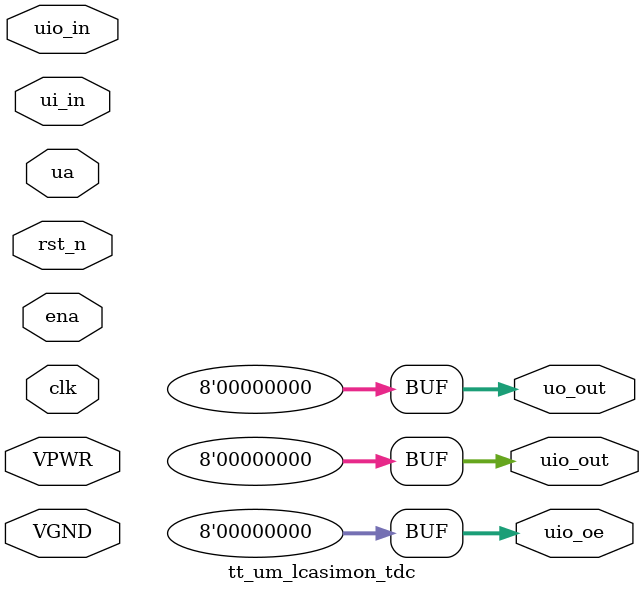
<source format=v>
module tt_um_lcasimon_tdc(	// file.cleaned.mlir:2:3
  input        VGND,	// file.cleaned.mlir:2:36
               VPWR,	// file.cleaned.mlir:2:51
  input  [7:0] ui_in,	// file.cleaned.mlir:2:66
               uio_in,	// file.cleaned.mlir:2:82
  inout  [7:0] ua,	// file.cleaned.mlir:2:102
  input        ena,	// file.cleaned.mlir:2:115
               clk,	// file.cleaned.mlir:2:129
               rst_n,	// file.cleaned.mlir:2:143
  output [7:0] uo_out,	// file.cleaned.mlir:2:160
               uio_out,	// file.cleaned.mlir:2:177
               uio_oe	// file.cleaned.mlir:2:195
);

  assign uo_out = 8'h0;	// file.cleaned.mlir:3:14, :4:5
  assign uio_out = 8'h0;	// file.cleaned.mlir:3:14, :4:5
  assign uio_oe = 8'h0;	// file.cleaned.mlir:3:14, :4:5
endmodule


</source>
